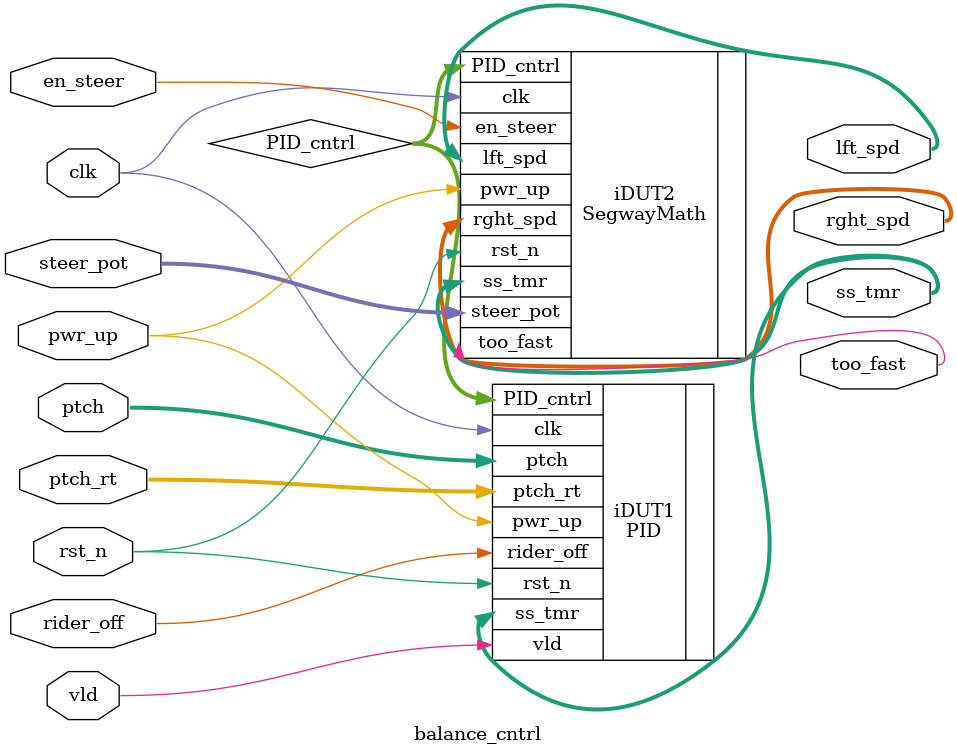
<source format=sv>

module balance_cntrl(clk, rst_n, vld, ptch, ptch_rt, pwr_up, rider_off, steer_pot, en_steer, lft_spd, rght_spd, too_fast, ss_tmr);

input clk, rst_n, vld, rider_off;
input en_steer;
input signed [15:0] ptch, ptch_rt;
input [11:0] steer_pot;
input pwr_up; 
output reg too_fast;
output reg signed [11:0] lft_spd, rght_spd;
output reg [7:0]  ss_tmr;
logic signed [11:0] PID_cntrl, steer_pot, steer_pot_scaled;
logic signed [12:0] left_shaped, rght_shaped;
logic signed [12:0] lft_torque, rght_torque;
parameter fast_sim =1;
logic [7:0]ss_timer;

PID iDUT1(.clk(clk), .rst_n(rst_n), .ptch(ptch), .ptch_rt(ptch_rt), .pwr_up(pwr_up), .vld(vld), .rider_off(rider_off), .PID_cntrl(PID_cntrl), .ss_tmr(ss_tmr));
SegwayMath iDUT2(.PID_cntrl(PID_cntrl), .ss_tmr(ss_tmr), .steer_pot(steer_pot), .en_steer(en_steer), .pwr_up(pwr_up), .lft_spd(lft_spd), .rght_spd(rght_spd), .too_fast(too_fast), .clk(clk), .rst_n(rst_n));

endmodule

</source>
